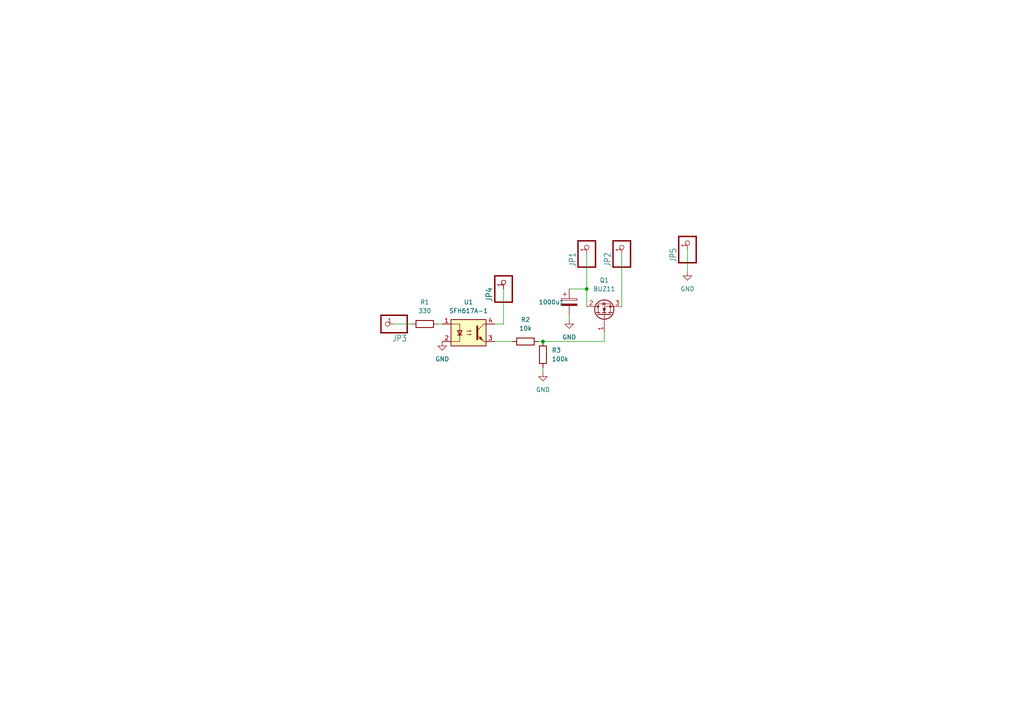
<source format=kicad_sch>
(kicad_sch (version 20211123) (generator eeschema)
  (paper "A4")
  (lib_symbols
    (symbol "Device:C_Polarized" (pin_numbers hide) (pin_names (offset 0.254))
      (property "Reference" "C" (at 0.635 2.54 0))
      (property "Value" "C_Polarized" (at 0.635 -2.54 0))
      (symbol "C_Polarized_0_1"
        (rectangle (start -2.286 0.508) (end 2.286 1.016))
        (polyline (pts (xy -1.778 2.286) (xy -0.762 2.286)))
        (polyline (pts (xy -1.27 2.794) (xy -1.27 1.778)))
        (rectangle (start 2.286 -0.508) (end -2.286 -1.016) (fill (type outline)))
      )
      (symbol "C_Polarized_1_1"
        (pin passive line (at 0 3.81 270) (length 2.794) (name "~") (number "1"))
        (pin passive line (at 0 -3.81 90) (length 2.794) (name "~") (number "2"))
      )
    )
    (symbol "Device:R" (pin_numbers hide) (pin_names (offset 0))
      (property "Reference" "R" (at 2.032 0 90))
      (property "Value" "R" (at 0 0 90))
      (symbol "R_0_1"
        (rectangle (start -1.016 -2.54) (end 1.016 2.54) (stroke (width 0.254)))
      )
      (symbol "R_1_1"
        (pin passive line (at 0 3.81 270) (length 1.27) (name "~") (number "1"))
        (pin passive line (at 0 -3.81 90) (length 1.27) (name "~") (number "2"))
      )
    )
    (symbol "Isolator:SFH617A-1" (pin_names (offset 1.016))
      (property "Reference" "U" (at -5.08 5.08 0))
      (property "Value" "SFH617A-1" (at 0 5.08 0))
      (symbol "SFH617A-1_0_1"
        (rectangle (start -5.08 3.81) (end 5.08 -3.81) (stroke (width 0.254)) (fill (type background)))
        (polyline (pts (xy -3.175 -0.635) (xy -1.905 -0.635)) (stroke (width 0.254)))
        (polyline (pts (xy 2.54 0.635) (xy 4.445 2.54)))
        (polyline (pts (xy 4.445 -2.54) (xy 2.54 -0.635)) (fill (type outline)))
        (polyline (pts (xy 4.445 -2.54) (xy 5.08 -2.54)))
        (polyline (pts (xy 4.445 2.54) (xy 5.08 2.54)))
        (polyline (pts (xy -2.54 -0.635) (xy -2.54 -2.54) (xy -5.08 -2.54)))
        (polyline (pts (xy 2.54 1.905) (xy 2.54 -1.905) (xy 2.54 -1.905)) (stroke (width 0.508)))
        (polyline (pts (xy -5.08 2.54) (xy -2.54 2.54) (xy -2.54 -1.27) (xy -2.54 0.635)))
        (polyline (pts (xy -2.54 -0.635) (xy -3.175 0.635) (xy -1.905 0.635) (xy -2.54 -0.635)) (stroke (width 0.254)))
        (polyline (pts (xy -0.508 -0.508) (xy 0.762 -0.508) (xy 0.381 -0.635) (xy 0.381 -0.381) (xy 0.762 -0.508)))
        (polyline (pts (xy -0.508 0.508) (xy 0.762 0.508) (xy 0.381 0.381) (xy 0.381 0.635) (xy 0.762 0.508)))
        (polyline (pts (xy 3.048 -1.651) (xy 3.556 -1.143) (xy 4.064 -2.159) (xy 3.048 -1.651) (xy 3.048 -1.651)) (fill (type outline)))
      )
      (symbol "SFH617A-1_1_1"
        (pin passive line (at -7.62 2.54 0) (length 2.54) (name "~") (number "1"))
        (pin passive line (at -7.62 -2.54 0) (length 2.54) (name "~") (number "2"))
        (pin passive line (at 7.62 -2.54 180) (length 2.54) (name "~") (number "3"))
        (pin passive line (at 7.62 2.54 180) (length 2.54) (name "~") (number "4"))
      )
    )
    (symbol "Main_board-eagle-import:PINHD-1X1"
      (property "Reference" "JP" (at -6.35 3.175 0))
      (property "Value" "PINHD-1X1" (at -6.35 -5.08 0))
      (symbol "PINHD-1X1_1_0"
        (polyline (pts (xy -6.35 -2.54) (xy 1.27 -2.54)) (stroke (width 0.4064)))
        (polyline (pts (xy -6.35 2.54) (xy -6.35 -2.54)) (stroke (width 0.4064)))
        (polyline (pts (xy 1.27 -2.54) (xy 1.27 2.54)) (stroke (width 0.4064)))
        (polyline (pts (xy 1.27 2.54) (xy -6.35 2.54)) (stroke (width 0.4064)))
        (pin passive inverted (at -2.54 0 0) (length 2.54) (name "1") (number "1"))
      )
    )
    (symbol "Transistor_FET:BUZ11" (pin_names hide)
      (property "Reference" "Q" (at 6.35 1.905 0))
      (property "Value" "BUZ11" (at 6.35 0 0))
      (symbol "BUZ11_0_1"
        (polyline (pts (xy 0.254 0) (xy -2.54 0)))
        (polyline (pts (xy 0.254 1.905) (xy 0.254 -1.905)) (stroke (width 0.254)))
        (polyline (pts (xy 0.762 -1.27) (xy 0.762 -2.286)) (stroke (width 0.254)))
        (polyline (pts (xy 0.762 0.508) (xy 0.762 -0.508)) (stroke (width 0.254)))
        (polyline (pts (xy 0.762 2.286) (xy 0.762 1.27)) (stroke (width 0.254)))
        (polyline (pts (xy 2.54 2.54) (xy 2.54 1.778)))
        (polyline (pts (xy 2.54 -2.54) (xy 2.54 0) (xy 0.762 0)))
        (polyline (pts (xy 0.762 -1.778) (xy 3.302 -1.778) (xy 3.302 1.778) (xy 0.762 1.778)))
        (polyline (pts (xy 1.016 0) (xy 2.032 0.381) (xy 2.032 -0.381) (xy 1.016 0)) (fill (type outline)))
        (polyline (pts (xy 2.794 0.508) (xy 2.921 0.381) (xy 3.683 0.381) (xy 3.81 0.254)))
        (polyline (pts (xy 3.302 0.381) (xy 2.921 -0.254) (xy 3.683 -0.254) (xy 3.302 0.381)))
        (circle (center 1.651 0) (radius 2.794) (stroke (width 0.254)))
        (circle (center 2.54 -1.778) (radius 0.254) (fill (type outline)))
        (circle (center 2.54 1.778) (radius 0.254) (fill (type outline)))
      )
      (symbol "BUZ11_1_1"
        (pin input line (at -5.08 0 0) (length 2.54) (name "G") (number "1"))
        (pin passive line (at 2.54 5.08 270) (length 2.54) (name "D") (number "2"))
        (pin passive line (at 2.54 -5.08 90) (length 2.54) (name "S") (number "3"))
      )
    )
    (symbol "power:GND" (power) (pin_names (offset 0))
      (property "Value" "GND" (at 0 -3.81 0))
      (symbol "GND_0_1"
        (polyline (pts (xy 0 0) (xy 0 -1.27) (xy 1.27 -1.27) (xy 0 -2.54) (xy -1.27 -1.27) (xy 0 -1.27)))
      )
      (symbol "GND_1_1"
        (pin power_in line (at 0 0 270) (length 0) hide (name "GND") (number "1"))
      )
    )
  )
  (junction (at 170.18 83.82))
  (junction (at 157.48 99.06))
  (wire (pts (xy 127 93.98) (xy 128.27 93.98)))
  (wire (pts (xy 146.05 83.82) (xy 146.05 93.98)))
  (wire (pts (xy 148.59 99.06) (xy 143.51 99.06)))
  (wire (pts (xy 199.39 72.39) (xy 199.39 78.74)))
  (wire (pts (xy 180.34 73.66) (xy 180.34 88.9)))
  (wire (pts (xy 170.18 73.66) (xy 170.18 83.82)))
  (wire (pts (xy 165.1 92.71) (xy 165.1 91.44)))
  (wire (pts (xy 165.1 83.82) (xy 170.18 83.82)))
  (wire (pts (xy 170.18 83.82) (xy 170.18 88.9)))
  (wire (pts (xy 157.48 107.95) (xy 157.48 106.68)))
  (wire (pts (xy 114.3 93.98) (xy 119.38 93.98)))
  (wire (pts (xy 175.26 99.06) (xy 175.26 96.52)))
  (wire (pts (xy 157.48 99.06) (xy 175.26 99.06)))
  (wire (pts (xy 157.48 99.06) (xy 156.21 99.06)))
  (wire (pts (xy 146.05 93.98) (xy 143.51 93.98)))
  (symbol (lib_id "Main_board-eagle-import:PINHD-1X1") (at 199.39 69.85 90) (unit 1)
    (property "Reference" "JP5" (at 196.215 76.2 0) (effects (font (size 1.778 1.5113)) (justify left bottom)))
    (property "Value" "PINHD-1X1" (effects hide))
    (property "Footprint" "Connector_Pin:Pin_D0.7mm_L6.5mm_W1.8mm_FlatFork" (effects hide))
  )
  (symbol (lib_id "Isolator:SFH617A-1") (at 135.89 96.52 0) (unit 1)
    (property "Reference" "U1" (at 135.89 87.63 0))
    (property "Value" "SFH617A-1" (at 135.89 90.17 0))
    (property "Footprint" "Package_DIP:DIP-4_W7.62mm" (effects hide))
    (property "Datasheet" "http://www.vishay.com/docs/83740/sfh617a.pdf" (effects hide))
  )
  (symbol (lib_id "power:GND") (at 157.48 107.95 0) (unit 1)
    (property "Reference" "#PWR0102" (effects hide))
    (property "Value" "GND" (at 157.48 113.03 0))
  )
  (symbol (lib_id "Main_board-eagle-import:PINHD-1X1") (at 111.76 93.98 180) (unit 1)
    (property "Reference" "JP3" (at 118.11 97.155 0) (effects (font (size 1.778 1.5113)) (justify left bottom)))
    (property "Value" "PINHD-1X1" (effects hide))
    (property "Footprint" "Connector_Pin:Pin_D0.7mm_L6.5mm_W1.8mm_FlatFork" (effects hide))
  )
  (symbol (lib_id "Main_board-eagle-import:PINHD-1X1") (at 180.34 71.12 90) (unit 1)
    (property "Reference" "JP2" (at 177.165 77.47 0) (effects (font (size 1.778 1.5113)) (justify left bottom)))
    (property "Value" "PINHD-1X1" (effects hide))
    (property "Footprint" "Connector_Pin:Pin_D0.7mm_L6.5mm_W1.8mm_FlatFork" (effects hide))
  )
  (symbol (lib_id "power:GND") (at 128.27 99.06 0) (unit 1)
    (property "Reference" "#PWR0103" (effects hide))
    (property "Value" "GND" (at 128.27 104.14 0))
  )
  (symbol (lib_id "Device:R") (at 123.19 93.98 90) (unit 1)
    (property "Reference" "R1" (at 123.19 87.63 90))
    (property "Value" "330" (at 123.19 90.17 90))
    (property "Footprint" "Resistor_THT:R_Axial_DIN0207_L6.3mm_D2.5mm_P10.16mm_Horizontal" (effects hide))
  )
  (symbol (lib_id "Device:C_Polarized") (at 165.1 87.63 0) (unit 1)
    (property "Reference" "1000u1" (at 156.21 87.63 0) (effects (justify left)))
    (property "Value" "C_Polarized" (effects hide))
    (property "Footprint" "Capacitor_THT:CP_Radial_D10.0mm_P5.00mm" (effects hide))
  )
  (symbol (lib_id "Transistor_FET:BUZ11") (at 175.26 91.44 90) (unit 1)
    (property "Reference" "Q1" (at 175.26 81.28 90))
    (property "Value" "BUZ11" (at 175.26 83.82 90))
    (property "Footprint" "Package_TO_SOT_THT:TO-220-3_Vertical" (effects hide))
    (property "Datasheet" "https://media.digikey.com/pdf/Data%20Sheets/Fairchild%20PDFs/BUZ11.pdf" (effects hide))
  )
  (symbol (lib_id "Main_board-eagle-import:PINHD-1X1") (at 170.18 71.12 90) (unit 1)
    (property "Reference" "JP1" (at 167.005 77.47 0) (effects (font (size 1.778 1.5113)) (justify left bottom)))
    (property "Value" "PINHD-1X1" (effects hide))
    (property "Footprint" "Connector_Pin:Pin_D0.7mm_L6.5mm_W1.8mm_FlatFork" (effects hide))
  )
  (symbol (lib_id "Main_board-eagle-import:PINHD-1X1") (at 146.05 81.28 90) (unit 1)
    (property "Reference" "JP4" (at 142.875 87.63 0) (effects (font (size 1.778 1.5113)) (justify left bottom)))
    (property "Value" "PINHD-1X1" (effects hide))
    (property "Footprint" "Connector_Pin:Pin_D0.7mm_L6.5mm_W1.8mm_FlatFork" (effects hide))
  )
  (symbol (lib_id "power:GND") (at 165.1 92.71 0) (unit 1)
    (property "Reference" "#PWR0101" (effects hide))
    (property "Value" "GND" (at 165.1 97.79 0))
  )
  (symbol (lib_id "Device:R") (at 152.4 99.06 90) (unit 1)
    (property "Reference" "R2" (at 152.4 92.71 90))
    (property "Value" "10k" (at 152.4 95.25 90))
    (property "Footprint" "Resistor_THT:R_Axial_DIN0207_L6.3mm_D2.5mm_P10.16mm_Horizontal" (effects hide))
  )
  (symbol (lib_id "power:GND") (at 199.39 78.74 0) (unit 1)
    (property "Reference" "#PWR0104" (effects hide))
    (property "Value" "GND" (at 199.39 83.82 0))
  )
  (symbol (lib_id "Device:R") (at 157.48 102.87 0) (unit 1)
    (property "Reference" "R3" (at 160.02 101.5999 0) (effects (justify left)))
    (property "Value" "100k" (at 160.02 104.1399 0) (effects (justify left)))
    (property "Footprint" "Resistor_THT:R_Axial_DIN0207_L6.3mm_D2.5mm_P10.16mm_Horizontal" (effects hide))
  )
)
</source>
